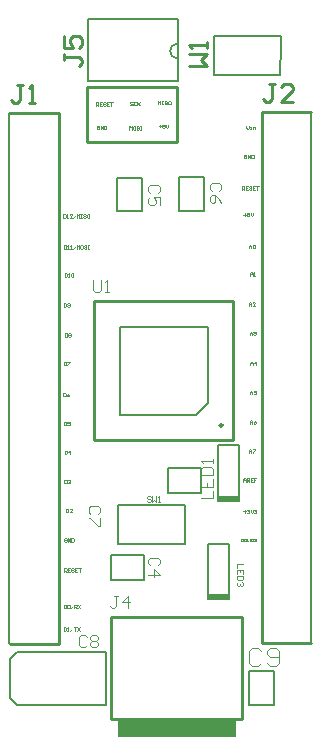
<source format=gto>
G04*
G04 #@! TF.GenerationSoftware,Altium Limited,Altium Designer,21.0.9 (235)*
G04*
G04 Layer_Color=65535*
%FSLAX25Y25*%
%MOIN*%
G70*
G04*
G04 #@! TF.SameCoordinates,8C7BE193-C278-4644-9D0B-105955A7BB27*
G04*
G04*
G04 #@! TF.FilePolarity,Positive*
G04*
G01*
G75*
%ADD10C,0.00787*%
%ADD11C,0.01000*%
%ADD12C,0.00276*%
%ADD13C,0.00394*%
%ADD14R,0.39370X0.05512*%
%ADD15R,0.07087X0.01378*%
D10*
X57165Y226634D02*
G03*
X57165Y221634I0J-2500D01*
G01*
X101575Y203740D02*
X101713Y203602D01*
Y26870D02*
Y203602D01*
X57165Y214173D02*
Y226634D01*
Y221634D02*
Y234646D01*
X27165D02*
X57165D01*
X27165Y214173D02*
Y234646D01*
Y214173D02*
X57165D01*
X69193Y220177D02*
Y225295D01*
X91437Y216043D02*
Y221161D01*
X74951Y216043D02*
X85679D01*
X69193Y225295D02*
Y229035D01*
Y216043D02*
Y220177D01*
X85679Y216043D02*
X91437D01*
X69193D02*
X74951D01*
X74705Y229035D02*
X85728D01*
X91634D01*
X69193D02*
X74705D01*
X91634Y221358D02*
Y229035D01*
X67431Y106870D02*
Y131998D01*
X38081D02*
X67431D01*
X38081Y102648D02*
Y131998D01*
Y102648D02*
X63209D01*
X67431Y106870D01*
X1004Y26713D02*
X1142Y26575D01*
X1004Y26713D02*
Y203445D01*
X70669Y75492D02*
X74213D01*
X70669Y92618D02*
X77756D01*
X70669Y75492D02*
Y92618D01*
Y74114D02*
Y75492D01*
Y74114D02*
X77756D01*
Y75492D02*
Y92618D01*
X74213Y75492D02*
X77756D01*
Y74114D02*
Y75492D01*
X34843Y47736D02*
Y56004D01*
X40600D02*
X46014D01*
X45866D02*
X46014D01*
X34941D02*
X40600D01*
X34843Y47736D02*
X46014D01*
Y56004D01*
X81004Y17421D02*
X89272D01*
Y6250D02*
Y11663D01*
Y6250D02*
Y6398D01*
Y11663D02*
Y17323D01*
X81004Y6250D02*
Y17421D01*
Y6250D02*
X89272D01*
X74213Y41339D02*
Y42717D01*
X70669D02*
X74213D01*
Y59842D01*
X67126Y41339D02*
X74213D01*
X67126D02*
Y42717D01*
Y59842D01*
X74213D01*
X67126Y42717D02*
X70669D01*
X37106Y170669D02*
X45374D01*
X37106Y176427D02*
Y181841D01*
Y181693D02*
Y181841D01*
Y170768D02*
Y176427D01*
X45374Y170669D02*
Y181841D01*
X37106D02*
X45374D01*
X1280Y8366D02*
X3642Y6004D01*
X27247D01*
X33169D02*
Y14665D01*
X27247Y6004D02*
X33169D01*
X1280Y8366D02*
Y21358D01*
X3642Y23720D01*
X33169Y14665D02*
Y23720D01*
X3642D02*
X33169D01*
X53839Y76673D02*
Y84941D01*
X59597D02*
X65010D01*
X64862D02*
X65010D01*
X53937D02*
X59597D01*
X53839Y76673D02*
X65010D01*
Y84941D01*
X37205Y59744D02*
Y67421D01*
X54134Y59744D02*
X59646D01*
X37205D02*
X43110D01*
X54134D01*
X53888Y72736D02*
X59646D01*
X37402D02*
X43159D01*
X59646Y68602D02*
Y72736D01*
Y59744D02*
Y63484D01*
X43159Y72736D02*
X53888D01*
X37402Y67618D02*
Y72736D01*
X59646Y63484D02*
Y68602D01*
X57776Y181939D02*
X66043D01*
Y170768D02*
Y181939D01*
X57776Y170866D02*
Y176526D01*
Y181791D02*
Y181939D01*
Y176526D02*
Y181939D01*
Y170768D02*
X66043D01*
D11*
X72154Y99299D02*
G03*
X72154Y99299I-500J0D01*
G01*
X87402Y203740D02*
X101575D01*
X85236D02*
X87402D01*
X85236Y26870D02*
Y203740D01*
Y26870D02*
X101713D01*
X27067Y193799D02*
Y212205D01*
Y193799D02*
X56988D01*
Y212205D01*
X27067D02*
X56988D01*
X34793Y1329D02*
Y35581D01*
Y1329D02*
X78494D01*
Y35581D01*
X34793D02*
X78494D01*
X75654Y94299D02*
Y140799D01*
X29154D02*
X75654D01*
X29154Y94299D02*
Y140799D01*
Y94299D02*
X75654D01*
X1142Y26575D02*
X15315D01*
X17480D01*
Y203445D01*
X1004D02*
X17480D01*
X89699Y213198D02*
X87699D01*
X88699D01*
Y208200D01*
X87699Y207200D01*
X86700D01*
X85700Y208200D01*
X95697Y207200D02*
X91698D01*
X95697Y211199D01*
Y212198D01*
X94697Y213198D01*
X92698D01*
X91698Y212198D01*
X19245Y223016D02*
Y221017D01*
Y222016D01*
X24243D01*
X25243Y221017D01*
Y220017D01*
X24243Y219017D01*
X19245Y229014D02*
Y225015D01*
X22244D01*
X21244Y227015D01*
Y228014D01*
X22244Y229014D01*
X24243D01*
X25243Y228014D01*
Y226015D01*
X24243Y225015D01*
X60879Y219230D02*
X66877D01*
X64878Y221229D01*
X66877Y223228D01*
X60879D01*
X66877Y225228D02*
Y227227D01*
Y226227D01*
X60879D01*
X61879Y225228D01*
X5499Y212898D02*
X3499D01*
X4499D01*
Y207900D01*
X3499Y206900D01*
X2500D01*
X1500Y207900D01*
X7498Y206900D02*
X9497D01*
X8498D01*
Y212898D01*
X7498Y211898D01*
D12*
X50866Y198996D02*
X51653D01*
X51260Y199389D02*
Y198602D01*
X52834Y199586D02*
X52047D01*
Y198996D01*
X52440Y199193D01*
X52637D01*
X52834Y198996D01*
Y198602D01*
X52637Y198406D01*
X52244D01*
X52047Y198602D01*
X53228Y199586D02*
Y198799D01*
X53621Y198406D01*
X54015Y198799D01*
Y199586D01*
X41122Y197913D02*
Y199094D01*
X41516Y198700D01*
X41909Y199094D01*
Y197913D01*
X42893Y199094D02*
X42500D01*
X42303Y198897D01*
Y198110D01*
X42500Y197913D01*
X42893D01*
X43090Y198110D01*
Y198897D01*
X42893Y199094D01*
X44271Y198897D02*
X44074Y199094D01*
X43680D01*
X43483Y198897D01*
Y198700D01*
X43680Y198504D01*
X44074D01*
X44271Y198307D01*
Y198110D01*
X44074Y197913D01*
X43680D01*
X43483Y198110D01*
X44664Y199094D02*
X45058D01*
X44861D01*
Y197913D01*
X44664D01*
X45058D01*
X50669Y206279D02*
Y207460D01*
X51063Y207067D01*
X51456Y207460D01*
Y206279D01*
X51850Y207460D02*
X52244D01*
X52047D01*
Y206279D01*
X51850D01*
X52244D01*
X53621Y207263D02*
X53424Y207460D01*
X53031D01*
X52834Y207263D01*
Y207067D01*
X53031Y206870D01*
X53424D01*
X53621Y206673D01*
Y206476D01*
X53424Y206279D01*
X53031D01*
X52834Y206476D01*
X54605Y207460D02*
X54211D01*
X54015Y207263D01*
Y206476D01*
X54211Y206279D01*
X54605D01*
X54802Y206476D01*
Y207263D01*
X54605Y207460D01*
X42204Y206968D02*
X42008Y207165D01*
X41614D01*
X41417Y206968D01*
Y206771D01*
X41614Y206575D01*
X42008D01*
X42204Y206378D01*
Y206181D01*
X42008Y205984D01*
X41614D01*
X41417Y206181D01*
X43385Y206968D02*
X43188Y207165D01*
X42795D01*
X42598Y206968D01*
Y206181D01*
X42795Y205984D01*
X43188D01*
X43385Y206181D01*
X43779Y207165D02*
Y205984D01*
Y206378D01*
X44566Y207165D01*
X43975Y206575D01*
X44566Y205984D01*
X31082Y198996D02*
X30886Y199193D01*
X30492D01*
X30295Y198996D01*
Y198209D01*
X30492Y198012D01*
X30886D01*
X31082Y198209D01*
Y198602D01*
X30689D01*
X31476Y198012D02*
Y199193D01*
X32263Y198012D01*
Y199193D01*
X32657D02*
Y198012D01*
X33247D01*
X33444Y198209D01*
Y198996D01*
X33247Y199193D01*
X32657D01*
X30000Y205787D02*
Y206968D01*
X30590D01*
X30787Y206771D01*
Y206378D01*
X30590Y206181D01*
X30000D01*
X30394D02*
X30787Y205787D01*
X31968Y206968D02*
X31181D01*
Y205787D01*
X31968D01*
X31181Y206378D02*
X31574D01*
X33149Y206771D02*
X32952Y206968D01*
X32558D01*
X32361Y206771D01*
Y206575D01*
X32558Y206378D01*
X32952D01*
X33149Y206181D01*
Y205984D01*
X32952Y205787D01*
X32558D01*
X32361Y205984D01*
X34329Y206968D02*
X33542D01*
Y205787D01*
X34329D01*
X33542Y206378D02*
X33936D01*
X34723Y206968D02*
X35510D01*
X35116D01*
Y205787D01*
X19272Y159429D02*
Y158248D01*
X19862D01*
X20059Y158445D01*
Y159232D01*
X19862Y159429D01*
X19272D01*
X20452Y158248D02*
X20846D01*
X20649D01*
Y159429D01*
X20452Y159232D01*
X21436Y158248D02*
X21830D01*
X21633D01*
Y159429D01*
X21436Y159232D01*
X22420Y158248D02*
X23207Y159035D01*
X23601Y158248D02*
Y159429D01*
X23994Y159035D01*
X24388Y159429D01*
Y158248D01*
X25372Y159429D02*
X24979D01*
X24782Y159232D01*
Y158445D01*
X24979Y158248D01*
X25372D01*
X25569Y158445D01*
Y159232D01*
X25372Y159429D01*
X26750Y159232D02*
X26553Y159429D01*
X26159D01*
X25962Y159232D01*
Y159035D01*
X26159Y158838D01*
X26553D01*
X26750Y158642D01*
Y158445D01*
X26553Y158248D01*
X26159D01*
X25962Y158445D01*
X27143Y159429D02*
X27537D01*
X27340D01*
Y158248D01*
X27143D01*
X27537D01*
X19075Y169665D02*
Y168484D01*
X19665D01*
X19862Y168681D01*
Y169468D01*
X19665Y169665D01*
X19075D01*
X20256Y168484D02*
X20649D01*
X20452D01*
Y169665D01*
X20256Y169468D01*
X22027Y168484D02*
X21239D01*
X22027Y169271D01*
Y169468D01*
X21830Y169665D01*
X21436D01*
X21239Y169468D01*
X22420Y168484D02*
X23207Y169271D01*
X23601Y168484D02*
Y169665D01*
X23994Y169271D01*
X24388Y169665D01*
Y168484D01*
X24782Y169665D02*
X25175D01*
X24978D01*
Y168484D01*
X24782D01*
X25175D01*
X26553Y169468D02*
X26356Y169665D01*
X25962D01*
X25765Y169468D01*
Y169271D01*
X25962Y169075D01*
X26356D01*
X26553Y168878D01*
Y168681D01*
X26356Y168484D01*
X25962D01*
X25765Y168681D01*
X27537Y169665D02*
X27143D01*
X26946Y169468D01*
Y168681D01*
X27143Y168484D01*
X27537D01*
X27733Y168681D01*
Y169468D01*
X27537Y169665D01*
X19468Y150078D02*
Y148898D01*
X20059D01*
X20256Y149094D01*
Y149882D01*
X20059Y150078D01*
X19468D01*
X20649Y148898D02*
X21043D01*
X20846D01*
Y150078D01*
X20649Y149882D01*
X21633D02*
X21830Y150078D01*
X22223D01*
X22420Y149882D01*
Y149094D01*
X22223Y148898D01*
X21830D01*
X21633Y149094D01*
Y149882D01*
X19173Y140039D02*
Y138858D01*
X19764D01*
X19960Y139055D01*
Y139842D01*
X19764Y140039D01*
X19173D01*
X20354Y139055D02*
X20551Y138858D01*
X20944D01*
X21141Y139055D01*
Y139842D01*
X20944Y140039D01*
X20551D01*
X20354Y139842D01*
Y139645D01*
X20551Y139449D01*
X21141D01*
X19567Y130098D02*
Y128917D01*
X20157D01*
X20354Y129114D01*
Y129901D01*
X20157Y130098D01*
X19567D01*
X20748Y129901D02*
X20944Y130098D01*
X21338D01*
X21535Y129901D01*
Y129704D01*
X21338Y129508D01*
X21535Y129311D01*
Y129114D01*
X21338Y128917D01*
X20944D01*
X20748Y129114D01*
Y129311D01*
X20944Y129508D01*
X20748Y129704D01*
Y129901D01*
X20944Y129508D02*
X21338D01*
X19272Y120551D02*
Y119370D01*
X19862D01*
X20059Y119567D01*
Y120354D01*
X19862Y120551D01*
X19272D01*
X20452D02*
X21239D01*
Y120354D01*
X20452Y119567D01*
Y119370D01*
X19075Y110118D02*
Y108937D01*
X19665D01*
X19862Y109134D01*
Y109921D01*
X19665Y110118D01*
X19075D01*
X21043D02*
X20649Y109921D01*
X20256Y109527D01*
Y109134D01*
X20452Y108937D01*
X20846D01*
X21043Y109134D01*
Y109331D01*
X20846Y109527D01*
X20256D01*
X19272Y100570D02*
Y99390D01*
X19862D01*
X20059Y99586D01*
Y100374D01*
X19862Y100570D01*
X19272D01*
X21239D02*
X20452D01*
Y99980D01*
X20846Y100177D01*
X21043D01*
X21239Y99980D01*
Y99586D01*
X21043Y99390D01*
X20649D01*
X20452Y99586D01*
X19468Y90925D02*
Y89744D01*
X20059D01*
X20256Y89941D01*
Y90728D01*
X20059Y90925D01*
X19468D01*
X21240Y89744D02*
Y90925D01*
X20649Y90334D01*
X21436D01*
X19370Y81181D02*
Y80000D01*
X19960D01*
X20157Y80197D01*
Y80984D01*
X19960Y81181D01*
X19370D01*
X20551Y80984D02*
X20748Y81181D01*
X21141D01*
X21338Y80984D01*
Y80787D01*
X21141Y80590D01*
X20944D01*
X21141D01*
X21338Y80394D01*
Y80197D01*
X21141Y80000D01*
X20748D01*
X20551Y80197D01*
X19961Y71535D02*
Y70354D01*
X20551D01*
X20748Y70551D01*
Y71338D01*
X20551Y71535D01*
X19961D01*
X21928Y70354D02*
X21141D01*
X21928Y71141D01*
Y71338D01*
X21732Y71535D01*
X21338D01*
X21141Y71338D01*
X20157Y61496D02*
X19960Y61693D01*
X19567D01*
X19370Y61496D01*
Y60709D01*
X19567Y60512D01*
X19960D01*
X20157Y60709D01*
Y61102D01*
X19764D01*
X20551Y60512D02*
Y61693D01*
X21338Y60512D01*
Y61693D01*
X21732D02*
Y60512D01*
X22322D01*
X22519Y60709D01*
Y61496D01*
X22322Y61693D01*
X21732D01*
X19370Y50472D02*
Y51653D01*
X19960D01*
X20157Y51456D01*
Y51063D01*
X19960Y50866D01*
X19370D01*
X19764D02*
X20157Y50472D01*
X21338Y51653D02*
X20551D01*
Y50472D01*
X21338D01*
X20551Y51063D02*
X20944D01*
X22519Y51456D02*
X22322Y51653D01*
X21928D01*
X21732Y51456D01*
Y51260D01*
X21928Y51063D01*
X22322D01*
X22519Y50866D01*
Y50669D01*
X22322Y50472D01*
X21928D01*
X21732Y50669D01*
X23699Y51653D02*
X22912D01*
Y50472D01*
X23699D01*
X22912Y51063D02*
X23306D01*
X24093Y51653D02*
X24880D01*
X24487D01*
Y50472D01*
X19173Y39547D02*
Y38366D01*
X19764D01*
X19960Y38563D01*
Y39350D01*
X19764Y39547D01*
X19173D01*
X20354Y39350D02*
X20551Y39547D01*
X20944D01*
X21141Y39350D01*
Y38563D01*
X20944Y38366D01*
X20551D01*
X20354Y38563D01*
Y39350D01*
X21535Y38366D02*
X22322Y39153D01*
X22715Y38366D02*
Y39547D01*
X23306D01*
X23503Y39350D01*
Y38956D01*
X23306Y38760D01*
X22715D01*
X23109D02*
X23503Y38366D01*
X23896Y39547D02*
X24683Y38366D01*
Y39547D02*
X23896Y38366D01*
X19173Y31968D02*
Y30787D01*
X19764D01*
X19960Y30984D01*
Y31771D01*
X19764Y31968D01*
X19173D01*
X20354Y30787D02*
X20748D01*
X20551D01*
Y31968D01*
X20354Y31771D01*
X21338Y30787D02*
X22125Y31574D01*
X22519Y31968D02*
X23306D01*
X22912D01*
Y30787D01*
X23699Y31968D02*
X24487Y30787D01*
Y31968D02*
X23699Y30787D01*
X79114Y70649D02*
X79901D01*
X79508Y71043D02*
Y70256D01*
X80295Y71043D02*
X80492Y71240D01*
X80885D01*
X81082Y71043D01*
Y70846D01*
X80885Y70649D01*
X80689D01*
X80885D01*
X81082Y70453D01*
Y70256D01*
X80885Y70059D01*
X80492D01*
X80295Y70256D01*
X81476Y71240D02*
Y70453D01*
X81869Y70059D01*
X82263Y70453D01*
Y71240D01*
X82656Y71043D02*
X82853Y71240D01*
X83247D01*
X83443Y71043D01*
Y70846D01*
X83247Y70649D01*
X83050D01*
X83247D01*
X83443Y70453D01*
Y70256D01*
X83247Y70059D01*
X82853D01*
X82656Y70256D01*
X79114Y80590D02*
Y81378D01*
X79508Y81771D01*
X79901Y81378D01*
Y80590D01*
Y81181D01*
X79114D01*
X80295Y80590D02*
Y81771D01*
X80885D01*
X81082Y81574D01*
Y81181D01*
X80885Y80984D01*
X80295D01*
X80689D02*
X81082Y80590D01*
X82263Y81771D02*
X81476D01*
Y80590D01*
X82263D01*
X81476Y81181D02*
X81869D01*
X83443Y81771D02*
X82656D01*
Y81181D01*
X83050D01*
X82656D01*
Y80590D01*
X80984Y90236D02*
Y91023D01*
X81378Y91417D01*
X81771Y91023D01*
Y90236D01*
Y90827D01*
X80984D01*
X82165Y91417D02*
X82952D01*
Y91220D01*
X82165Y90433D01*
Y90236D01*
X80098Y199193D02*
Y198405D01*
X80492Y198012D01*
X80886Y198405D01*
Y199193D01*
X81279Y198012D02*
X81673D01*
X81476D01*
Y198799D01*
X81279D01*
X82263Y198012D02*
Y198799D01*
X82853D01*
X83050Y198602D01*
Y198012D01*
X80098Y189350D02*
X79901Y189547D01*
X79508D01*
X79311Y189350D01*
Y188563D01*
X79508Y188366D01*
X79901D01*
X80098Y188563D01*
Y188956D01*
X79705D01*
X80492Y188366D02*
Y189547D01*
X81279Y188366D01*
Y189547D01*
X81673D02*
Y188366D01*
X82263D01*
X82460Y188563D01*
Y189350D01*
X82263Y189547D01*
X81673D01*
X79114Y169567D02*
X79901D01*
X79508Y169960D02*
Y169173D01*
X81082Y170157D02*
X80295D01*
Y169567D01*
X80689Y169764D01*
X80885D01*
X81082Y169567D01*
Y169173D01*
X80885Y168976D01*
X80492D01*
X80295Y169173D01*
X81476Y170157D02*
Y169370D01*
X81869Y168976D01*
X82263Y169370D01*
Y170157D01*
X78622Y177835D02*
Y179015D01*
X79212D01*
X79409Y178819D01*
Y178425D01*
X79212Y178228D01*
X78622D01*
X79016D02*
X79409Y177835D01*
X80590Y179015D02*
X79803D01*
Y177835D01*
X80590D01*
X79803Y178425D02*
X80196D01*
X81771Y178819D02*
X81574Y179015D01*
X81180D01*
X80984Y178819D01*
Y178622D01*
X81180Y178425D01*
X81574D01*
X81771Y178228D01*
Y178031D01*
X81574Y177835D01*
X81180D01*
X80984Y178031D01*
X82951Y179015D02*
X82164D01*
Y177835D01*
X82951D01*
X82164Y178425D02*
X82558D01*
X83345Y179015D02*
X84132D01*
X83738D01*
Y177835D01*
X80984Y139252D02*
Y140039D01*
X81378Y140433D01*
X81771Y140039D01*
Y139252D01*
Y139842D01*
X80984D01*
X82952Y139252D02*
X82165D01*
X82952Y140039D01*
Y140236D01*
X82755Y140433D01*
X82362D01*
X82165Y140236D01*
X81181Y129409D02*
Y130197D01*
X81575Y130590D01*
X81968Y130197D01*
Y129409D01*
Y130000D01*
X81181D01*
X82362Y130393D02*
X82559Y130590D01*
X82952D01*
X83149Y130393D01*
Y130197D01*
X82952Y130000D01*
X82755D01*
X82952D01*
X83149Y129803D01*
Y129606D01*
X82952Y129409D01*
X82559D01*
X82362Y129606D01*
X81378Y119370D02*
Y120157D01*
X81771Y120551D01*
X82165Y120157D01*
Y119370D01*
Y119960D01*
X81378D01*
X83149Y119370D02*
Y120551D01*
X82559Y119960D01*
X83346D01*
X81279Y109724D02*
Y110512D01*
X81673Y110905D01*
X82067Y110512D01*
Y109724D01*
Y110315D01*
X81279D01*
X83247Y110905D02*
X82460D01*
Y110315D01*
X82854Y110512D01*
X83051D01*
X83247Y110315D01*
Y109921D01*
X83051Y109724D01*
X82657D01*
X82460Y109921D01*
X81279Y99882D02*
Y100669D01*
X81673Y101063D01*
X82067Y100669D01*
Y99882D01*
Y100472D01*
X81279D01*
X83247Y101063D02*
X82854Y100866D01*
X82460Y100472D01*
Y100079D01*
X82657Y99882D01*
X83051D01*
X83247Y100079D01*
Y100276D01*
X83051Y100472D01*
X82460D01*
X81378Y149193D02*
Y149980D01*
X81771Y150374D01*
X82165Y149980D01*
Y149193D01*
Y149783D01*
X81378D01*
X82559Y149193D02*
X82952D01*
X82755D01*
Y150374D01*
X82559Y150177D01*
X80984Y158346D02*
Y159134D01*
X81378Y159527D01*
X81771Y159134D01*
Y158346D01*
Y158937D01*
X80984D01*
X82165Y159330D02*
X82362Y159527D01*
X82755D01*
X82952Y159330D01*
Y158543D01*
X82755Y158346D01*
X82362D01*
X82165Y158543D01*
Y159330D01*
X78327Y61397D02*
Y60610D01*
X78720D01*
X78851Y60741D01*
Y61266D01*
X78720Y61397D01*
X78327D01*
X79114Y60610D02*
X79376D01*
X79245D01*
Y61397D01*
X79114Y61266D01*
X79770D02*
X79901Y61397D01*
X80163D01*
X80295Y61266D01*
Y61135D01*
X80163Y61004D01*
X80032D01*
X80163D01*
X80295Y60873D01*
Y60741D01*
X80163Y60610D01*
X79901D01*
X79770Y60741D01*
X80557Y60610D02*
X81082Y61135D01*
X81869Y61266D02*
X81738Y61397D01*
X81475D01*
X81344Y61266D01*
Y61135D01*
X81475Y61004D01*
X81738D01*
X81869Y60873D01*
Y60741D01*
X81738Y60610D01*
X81475D01*
X81344Y60741D01*
X82656Y61266D02*
X82525Y61397D01*
X82262D01*
X82131Y61266D01*
Y60741D01*
X82262Y60610D01*
X82525D01*
X82656Y60741D01*
X82919Y61397D02*
Y60610D01*
Y60873D01*
X83443Y61397D01*
X83050Y61004D01*
X83443Y60610D01*
D13*
X37324Y42436D02*
X36012D01*
X36668D01*
Y39156D01*
X36012Y38500D01*
X35356D01*
X34700Y39156D01*
X40604Y38500D02*
Y42436D01*
X38636Y40468D01*
X41260D01*
X78838Y53116D02*
X76870D01*
Y51804D01*
X78838Y49836D02*
Y51148D01*
X76870D01*
Y49836D01*
X77854Y51148D02*
Y50492D01*
X78838Y49180D02*
X76870D01*
Y48196D01*
X77198Y47868D01*
X78510D01*
X78838Y48196D01*
Y49180D01*
X78510Y47212D02*
X78838Y46884D01*
Y46228D01*
X78510Y45900D01*
X78182D01*
X77854Y46228D01*
Y46556D01*
Y46228D01*
X77526Y45900D01*
X77198D01*
X76870Y46228D01*
Y46884D01*
X77198Y47212D01*
X29000Y147636D02*
Y144356D01*
X29656Y143700D01*
X30968D01*
X31624Y144356D01*
Y147636D01*
X32936Y143700D02*
X34248D01*
X33592D01*
Y147636D01*
X32936Y146980D01*
X48130Y75558D02*
X47802Y75885D01*
X47146D01*
X46818Y75558D01*
Y75230D01*
X47146Y74902D01*
X47802D01*
X48130Y74574D01*
Y74246D01*
X47802Y73918D01*
X47146D01*
X46818Y74246D01*
X48786Y75885D02*
Y73918D01*
X49442Y74574D01*
X50098Y73918D01*
Y75885D01*
X50754Y73918D02*
X51410D01*
X51082D01*
Y75885D01*
X50754Y75558D01*
X65060Y74936D02*
X68995D01*
Y77560D01*
X65060Y81496D02*
Y78872D01*
X68995D01*
Y81496D01*
X67028Y78872D02*
Y80184D01*
X65060Y82808D02*
X68995D01*
Y84776D01*
X68340Y85432D01*
X65716D01*
X65060Y84776D01*
Y82808D01*
X68995Y86744D02*
Y88056D01*
Y87400D01*
X65060D01*
X65716Y86744D01*
X85024Y24047D02*
X84024Y25046D01*
X82025D01*
X81025Y24047D01*
Y20048D01*
X82025Y19048D01*
X84024D01*
X85024Y20048D01*
X87023D02*
X88023Y19048D01*
X90022D01*
X91022Y20048D01*
Y24047D01*
X90022Y25046D01*
X88023D01*
X87023Y24047D01*
Y23047D01*
X88023Y22047D01*
X91022D01*
X26805Y28674D02*
X26149Y29330D01*
X24837D01*
X24181Y28674D01*
Y26050D01*
X24837Y25394D01*
X26149D01*
X26805Y26050D01*
X28117Y28674D02*
X28773Y29330D01*
X30084D01*
X30740Y28674D01*
Y28018D01*
X30084Y27362D01*
X30740Y26706D01*
Y26050D01*
X30084Y25394D01*
X28773D01*
X28117Y26050D01*
Y26706D01*
X28773Y27362D01*
X28117Y28018D01*
Y28674D01*
X28773Y27362D02*
X30084D01*
X30741Y69652D02*
X31397Y70308D01*
Y71620D01*
X30741Y72276D01*
X28117D01*
X27461Y71620D01*
Y70308D01*
X28117Y69652D01*
X31397Y68340D02*
Y65716D01*
X30741D01*
X28117Y68340D01*
X27461D01*
X71095Y177526D02*
X71751Y178182D01*
Y179494D01*
X71095Y180150D01*
X68472D01*
X67816Y179494D01*
Y178182D01*
X68472Y177526D01*
X71751Y173590D02*
X71095Y174902D01*
X69784Y176214D01*
X68472D01*
X67816Y175558D01*
Y174246D01*
X68472Y173590D01*
X69128D01*
X69784Y174246D01*
Y176214D01*
X50524Y176739D02*
X51180Y177395D01*
Y178707D01*
X50524Y179362D01*
X47901D01*
X47245Y178707D01*
Y177395D01*
X47901Y176739D01*
X51180Y172803D02*
Y175427D01*
X49213D01*
X49869Y174115D01*
Y173459D01*
X49213Y172803D01*
X47901D01*
X47245Y173459D01*
Y174771D01*
X47901Y175427D01*
X50623Y52624D02*
X51279Y53280D01*
Y54592D01*
X50623Y55248D01*
X47999D01*
X47343Y54592D01*
Y53280D01*
X47999Y52624D01*
X47343Y49345D02*
X51279D01*
X49311Y51313D01*
Y48689D01*
D14*
X56841Y-1821D02*
D03*
D15*
X74213Y74804D02*
D03*
X70671Y42029D02*
D03*
M02*

</source>
